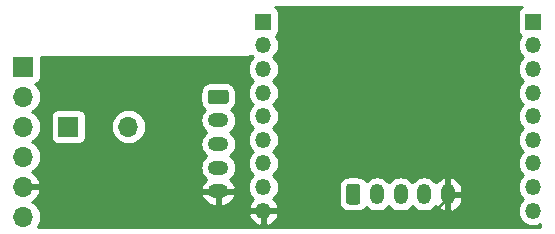
<source format=gbr>
G04 #@! TF.GenerationSoftware,KiCad,Pcbnew,(5.1.2)-1*
G04 #@! TF.CreationDate,2021-12-05T07:22:55+09:00*
G04 #@! TF.ProjectId,ESP32C3_downloader,45535033-3243-4335-9f64-6f776e6c6f61,rev?*
G04 #@! TF.SameCoordinates,Original*
G04 #@! TF.FileFunction,Copper,L2,Bot*
G04 #@! TF.FilePolarity,Positive*
%FSLAX46Y46*%
G04 Gerber Fmt 4.6, Leading zero omitted, Abs format (unit mm)*
G04 Created by KiCad (PCBNEW (5.1.2)-1) date 2021-12-05 07:22:55*
%MOMM*%
%LPD*%
G04 APERTURE LIST*
%ADD10C,0.150000*%
%ADD11C,1.200000*%
%ADD12O,1.750000X1.200000*%
%ADD13R,1.350000X1.350000*%
%ADD14O,1.350000X1.350000*%
%ADD15O,1.200000X1.750000*%
%ADD16R,1.700000X1.700000*%
%ADD17O,1.700000X1.700000*%
%ADD18C,0.250000*%
%ADD19C,0.254000*%
G04 APERTURE END LIST*
D10*
G36*
X48909505Y-57821204D02*
G01*
X48933773Y-57824804D01*
X48957572Y-57830765D01*
X48980671Y-57839030D01*
X49002850Y-57849520D01*
X49023893Y-57862132D01*
X49043599Y-57876747D01*
X49061777Y-57893223D01*
X49078253Y-57911401D01*
X49092868Y-57931107D01*
X49105480Y-57952150D01*
X49115970Y-57974329D01*
X49124235Y-57997428D01*
X49130196Y-58021227D01*
X49133796Y-58045495D01*
X49135000Y-58069999D01*
X49135000Y-58770001D01*
X49133796Y-58794505D01*
X49130196Y-58818773D01*
X49124235Y-58842572D01*
X49115970Y-58865671D01*
X49105480Y-58887850D01*
X49092868Y-58908893D01*
X49078253Y-58928599D01*
X49061777Y-58946777D01*
X49043599Y-58963253D01*
X49023893Y-58977868D01*
X49002850Y-58990480D01*
X48980671Y-59000970D01*
X48957572Y-59009235D01*
X48933773Y-59015196D01*
X48909505Y-59018796D01*
X48885001Y-59020000D01*
X47634999Y-59020000D01*
X47610495Y-59018796D01*
X47586227Y-59015196D01*
X47562428Y-59009235D01*
X47539329Y-59000970D01*
X47517150Y-58990480D01*
X47496107Y-58977868D01*
X47476401Y-58963253D01*
X47458223Y-58946777D01*
X47441747Y-58928599D01*
X47427132Y-58908893D01*
X47414520Y-58887850D01*
X47404030Y-58865671D01*
X47395765Y-58842572D01*
X47389804Y-58818773D01*
X47386204Y-58794505D01*
X47385000Y-58770001D01*
X47385000Y-58069999D01*
X47386204Y-58045495D01*
X47389804Y-58021227D01*
X47395765Y-57997428D01*
X47404030Y-57974329D01*
X47414520Y-57952150D01*
X47427132Y-57931107D01*
X47441747Y-57911401D01*
X47458223Y-57893223D01*
X47476401Y-57876747D01*
X47496107Y-57862132D01*
X47517150Y-57849520D01*
X47539329Y-57839030D01*
X47562428Y-57830765D01*
X47586227Y-57824804D01*
X47610495Y-57821204D01*
X47634999Y-57820000D01*
X48885001Y-57820000D01*
X48909505Y-57821204D01*
X48909505Y-57821204D01*
G37*
D11*
X48260000Y-58420000D03*
D12*
X48260000Y-60420000D03*
X48260000Y-62420000D03*
X48260000Y-64420000D03*
X48260000Y-66420000D03*
D13*
X52070000Y-52070000D03*
D14*
X52070000Y-54070000D03*
X52070000Y-56070000D03*
X52070000Y-58070000D03*
X52070000Y-60070000D03*
X52070000Y-62070000D03*
X52070000Y-64070000D03*
X52070000Y-66070000D03*
X52070000Y-68070000D03*
X74930000Y-68070000D03*
X74930000Y-66070000D03*
X74930000Y-64070000D03*
X74930000Y-62070000D03*
X74930000Y-60070000D03*
X74930000Y-58070000D03*
X74930000Y-56070000D03*
X74930000Y-54070000D03*
D13*
X74930000Y-52070000D03*
D15*
X67690000Y-66675000D03*
X65690000Y-66675000D03*
X63690000Y-66675000D03*
X61690000Y-66675000D03*
D10*
G36*
X60064505Y-65801204D02*
G01*
X60088773Y-65804804D01*
X60112572Y-65810765D01*
X60135671Y-65819030D01*
X60157850Y-65829520D01*
X60178893Y-65842132D01*
X60198599Y-65856747D01*
X60216777Y-65873223D01*
X60233253Y-65891401D01*
X60247868Y-65911107D01*
X60260480Y-65932150D01*
X60270970Y-65954329D01*
X60279235Y-65977428D01*
X60285196Y-66001227D01*
X60288796Y-66025495D01*
X60290000Y-66049999D01*
X60290000Y-67300001D01*
X60288796Y-67324505D01*
X60285196Y-67348773D01*
X60279235Y-67372572D01*
X60270970Y-67395671D01*
X60260480Y-67417850D01*
X60247868Y-67438893D01*
X60233253Y-67458599D01*
X60216777Y-67476777D01*
X60198599Y-67493253D01*
X60178893Y-67507868D01*
X60157850Y-67520480D01*
X60135671Y-67530970D01*
X60112572Y-67539235D01*
X60088773Y-67545196D01*
X60064505Y-67548796D01*
X60040001Y-67550000D01*
X59339999Y-67550000D01*
X59315495Y-67548796D01*
X59291227Y-67545196D01*
X59267428Y-67539235D01*
X59244329Y-67530970D01*
X59222150Y-67520480D01*
X59201107Y-67507868D01*
X59181401Y-67493253D01*
X59163223Y-67476777D01*
X59146747Y-67458599D01*
X59132132Y-67438893D01*
X59119520Y-67417850D01*
X59109030Y-67395671D01*
X59100765Y-67372572D01*
X59094804Y-67348773D01*
X59091204Y-67324505D01*
X59090000Y-67300001D01*
X59090000Y-66049999D01*
X59091204Y-66025495D01*
X59094804Y-66001227D01*
X59100765Y-65977428D01*
X59109030Y-65954329D01*
X59119520Y-65932150D01*
X59132132Y-65911107D01*
X59146747Y-65891401D01*
X59163223Y-65873223D01*
X59181401Y-65856747D01*
X59201107Y-65842132D01*
X59222150Y-65829520D01*
X59244329Y-65819030D01*
X59267428Y-65810765D01*
X59291227Y-65804804D01*
X59315495Y-65801204D01*
X59339999Y-65800000D01*
X60040001Y-65800000D01*
X60064505Y-65801204D01*
X60064505Y-65801204D01*
G37*
D11*
X59690000Y-66675000D03*
D16*
X31750000Y-55880000D03*
D17*
X31750000Y-58420000D03*
X31750000Y-60960000D03*
X31750000Y-63500000D03*
X31750000Y-66040000D03*
X31750000Y-68580000D03*
D16*
X35560000Y-60960000D03*
D17*
X40640000Y-60960000D03*
D18*
X67690000Y-66950000D02*
X67690000Y-66675000D01*
X66570000Y-68070000D02*
X67690000Y-66950000D01*
X52070000Y-68070000D02*
X66570000Y-68070000D01*
D19*
G36*
X73900506Y-50864463D02*
G01*
X73803815Y-50943815D01*
X73724463Y-51040506D01*
X73665498Y-51150820D01*
X73629188Y-51270518D01*
X73616928Y-51395000D01*
X73616928Y-52745000D01*
X73629188Y-52869482D01*
X73665498Y-52989180D01*
X73724463Y-53099494D01*
X73803815Y-53196185D01*
X73892631Y-53269074D01*
X73835505Y-53338682D01*
X73713862Y-53566259D01*
X73638955Y-53813195D01*
X73613662Y-54070000D01*
X73638955Y-54326805D01*
X73713862Y-54573741D01*
X73835505Y-54801318D01*
X73999208Y-55000792D01*
X74083539Y-55070000D01*
X73999208Y-55139208D01*
X73835505Y-55338682D01*
X73713862Y-55566259D01*
X73638955Y-55813195D01*
X73613662Y-56070000D01*
X73638955Y-56326805D01*
X73713862Y-56573741D01*
X73835505Y-56801318D01*
X73999208Y-57000792D01*
X74083539Y-57070000D01*
X73999208Y-57139208D01*
X73835505Y-57338682D01*
X73713862Y-57566259D01*
X73638955Y-57813195D01*
X73613662Y-58070000D01*
X73638955Y-58326805D01*
X73713862Y-58573741D01*
X73835505Y-58801318D01*
X73999208Y-59000792D01*
X74083539Y-59070000D01*
X73999208Y-59139208D01*
X73835505Y-59338682D01*
X73713862Y-59566259D01*
X73638955Y-59813195D01*
X73613662Y-60070000D01*
X73638955Y-60326805D01*
X73713862Y-60573741D01*
X73835505Y-60801318D01*
X73999208Y-61000792D01*
X74083539Y-61070000D01*
X73999208Y-61139208D01*
X73835505Y-61338682D01*
X73713862Y-61566259D01*
X73638955Y-61813195D01*
X73613662Y-62070000D01*
X73638955Y-62326805D01*
X73713862Y-62573741D01*
X73835505Y-62801318D01*
X73999208Y-63000792D01*
X74083539Y-63070000D01*
X73999208Y-63139208D01*
X73835505Y-63338682D01*
X73713862Y-63566259D01*
X73638955Y-63813195D01*
X73613662Y-64070000D01*
X73638955Y-64326805D01*
X73713862Y-64573741D01*
X73835505Y-64801318D01*
X73999208Y-65000792D01*
X74083539Y-65070000D01*
X73999208Y-65139208D01*
X73835505Y-65338682D01*
X73713862Y-65566259D01*
X73638955Y-65813195D01*
X73613662Y-66070000D01*
X73638955Y-66326805D01*
X73713862Y-66573741D01*
X73835505Y-66801318D01*
X73999208Y-67000792D01*
X74083539Y-67070000D01*
X73999208Y-67139208D01*
X73835505Y-67338682D01*
X73713862Y-67566259D01*
X73638955Y-67813195D01*
X73613662Y-68070000D01*
X73638955Y-68326805D01*
X73713862Y-68573741D01*
X73835505Y-68801318D01*
X73999208Y-69000792D01*
X74198682Y-69164495D01*
X74426259Y-69286138D01*
X74673195Y-69361045D01*
X74865649Y-69380000D01*
X74994351Y-69380000D01*
X75186805Y-69361045D01*
X75433741Y-69286138D01*
X75540000Y-69229341D01*
X75540000Y-69444000D01*
X32961994Y-69444000D01*
X32990706Y-69409014D01*
X33128599Y-69151034D01*
X33213513Y-68871111D01*
X33242185Y-68580000D01*
X33224398Y-68399400D01*
X50802090Y-68399400D01*
X50832762Y-68500528D01*
X50940527Y-68733629D01*
X51091697Y-68941227D01*
X51280463Y-69115344D01*
X51499570Y-69249289D01*
X51740599Y-69337915D01*
X51943000Y-69215085D01*
X51943000Y-68197000D01*
X52197000Y-68197000D01*
X52197000Y-69215085D01*
X52399401Y-69337915D01*
X52640430Y-69249289D01*
X52859537Y-69115344D01*
X53048303Y-68941227D01*
X53199473Y-68733629D01*
X53307238Y-68500528D01*
X53337910Y-68399400D01*
X53214224Y-68197000D01*
X52197000Y-68197000D01*
X51943000Y-68197000D01*
X50925776Y-68197000D01*
X50802090Y-68399400D01*
X33224398Y-68399400D01*
X33213513Y-68288889D01*
X33128599Y-68008966D01*
X32990706Y-67750986D01*
X32805134Y-67524866D01*
X32579014Y-67339294D01*
X32514477Y-67304799D01*
X32631355Y-67235178D01*
X32847588Y-67040269D01*
X33021641Y-66806920D01*
X33054654Y-66737609D01*
X46791538Y-66737609D01*
X46795409Y-66775282D01*
X46887579Y-67000533D01*
X47021922Y-67203474D01*
X47193275Y-67376307D01*
X47395054Y-67512390D01*
X47619504Y-67606493D01*
X47858000Y-67655000D01*
X48133000Y-67655000D01*
X48133000Y-66547000D01*
X48387000Y-66547000D01*
X48387000Y-67655000D01*
X48662000Y-67655000D01*
X48900496Y-67606493D01*
X49124946Y-67512390D01*
X49326725Y-67376307D01*
X49498078Y-67203474D01*
X49632421Y-67000533D01*
X49724591Y-66775282D01*
X49728462Y-66737609D01*
X49603731Y-66547000D01*
X48387000Y-66547000D01*
X48133000Y-66547000D01*
X46916269Y-66547000D01*
X46791538Y-66737609D01*
X33054654Y-66737609D01*
X33146825Y-66544099D01*
X33191476Y-66396890D01*
X33070155Y-66167000D01*
X31877000Y-66167000D01*
X31877000Y-66187000D01*
X31623000Y-66187000D01*
X31623000Y-66167000D01*
X31603000Y-66167000D01*
X31603000Y-65913000D01*
X31623000Y-65913000D01*
X31623000Y-65893000D01*
X31877000Y-65893000D01*
X31877000Y-65913000D01*
X33070155Y-65913000D01*
X33191476Y-65683110D01*
X33146825Y-65535901D01*
X33021641Y-65273080D01*
X32847588Y-65039731D01*
X32631355Y-64844822D01*
X32514477Y-64775201D01*
X32579014Y-64740706D01*
X32805134Y-64555134D01*
X32990706Y-64329014D01*
X33128599Y-64071034D01*
X33213513Y-63791111D01*
X33242185Y-63500000D01*
X33213513Y-63208889D01*
X33128599Y-62928966D01*
X32990706Y-62670986D01*
X32805134Y-62444866D01*
X32579014Y-62259294D01*
X32524209Y-62230000D01*
X32579014Y-62200706D01*
X32805134Y-62015134D01*
X32990706Y-61789014D01*
X33128599Y-61531034D01*
X33213513Y-61251111D01*
X33242185Y-60960000D01*
X33213513Y-60668889D01*
X33128599Y-60388966D01*
X32990706Y-60130986D01*
X32973484Y-60110000D01*
X34071928Y-60110000D01*
X34071928Y-61810000D01*
X34084188Y-61934482D01*
X34120498Y-62054180D01*
X34179463Y-62164494D01*
X34258815Y-62261185D01*
X34355506Y-62340537D01*
X34465820Y-62399502D01*
X34585518Y-62435812D01*
X34710000Y-62448072D01*
X36410000Y-62448072D01*
X36534482Y-62435812D01*
X36654180Y-62399502D01*
X36764494Y-62340537D01*
X36861185Y-62261185D01*
X36940537Y-62164494D01*
X36999502Y-62054180D01*
X37035812Y-61934482D01*
X37048072Y-61810000D01*
X37048072Y-60960000D01*
X39147815Y-60960000D01*
X39176487Y-61251111D01*
X39261401Y-61531034D01*
X39399294Y-61789014D01*
X39584866Y-62015134D01*
X39810986Y-62200706D01*
X40068966Y-62338599D01*
X40348889Y-62423513D01*
X40567050Y-62445000D01*
X40712950Y-62445000D01*
X40931111Y-62423513D01*
X41211034Y-62338599D01*
X41469014Y-62200706D01*
X41695134Y-62015134D01*
X41880706Y-61789014D01*
X42018599Y-61531034D01*
X42103513Y-61251111D01*
X42132185Y-60960000D01*
X42103513Y-60668889D01*
X42028014Y-60420000D01*
X46744025Y-60420000D01*
X46767870Y-60662102D01*
X46838489Y-60894901D01*
X46953167Y-61109449D01*
X47107498Y-61297502D01*
X47256762Y-61420000D01*
X47107498Y-61542498D01*
X46953167Y-61730551D01*
X46838489Y-61945099D01*
X46767870Y-62177898D01*
X46744025Y-62420000D01*
X46767870Y-62662102D01*
X46838489Y-62894901D01*
X46953167Y-63109449D01*
X47107498Y-63297502D01*
X47256762Y-63420000D01*
X47107498Y-63542498D01*
X46953167Y-63730551D01*
X46838489Y-63945099D01*
X46767870Y-64177898D01*
X46744025Y-64420000D01*
X46767870Y-64662102D01*
X46838489Y-64894901D01*
X46953167Y-65109449D01*
X47107498Y-65297502D01*
X47257348Y-65420481D01*
X47193275Y-65463693D01*
X47021922Y-65636526D01*
X46887579Y-65839467D01*
X46795409Y-66064718D01*
X46791538Y-66102391D01*
X46916269Y-66293000D01*
X48133000Y-66293000D01*
X48133000Y-66273000D01*
X48387000Y-66273000D01*
X48387000Y-66293000D01*
X49603731Y-66293000D01*
X49728462Y-66102391D01*
X49724591Y-66064718D01*
X49632421Y-65839467D01*
X49498078Y-65636526D01*
X49326725Y-65463693D01*
X49262652Y-65420481D01*
X49412502Y-65297502D01*
X49566833Y-65109449D01*
X49681511Y-64894901D01*
X49752130Y-64662102D01*
X49775975Y-64420000D01*
X49752130Y-64177898D01*
X49681511Y-63945099D01*
X49566833Y-63730551D01*
X49412502Y-63542498D01*
X49263238Y-63420000D01*
X49412502Y-63297502D01*
X49566833Y-63109449D01*
X49681511Y-62894901D01*
X49752130Y-62662102D01*
X49775975Y-62420000D01*
X49752130Y-62177898D01*
X49681511Y-61945099D01*
X49566833Y-61730551D01*
X49412502Y-61542498D01*
X49263238Y-61420000D01*
X49412502Y-61297502D01*
X49566833Y-61109449D01*
X49681511Y-60894901D01*
X49752130Y-60662102D01*
X49775975Y-60420000D01*
X49752130Y-60177898D01*
X49681511Y-59945099D01*
X49566833Y-59730551D01*
X49412502Y-59542498D01*
X49373889Y-59510809D01*
X49378387Y-59508405D01*
X49512962Y-59397962D01*
X49623405Y-59263387D01*
X49705472Y-59109851D01*
X49756008Y-58943255D01*
X49773072Y-58770001D01*
X49773072Y-58069999D01*
X49756008Y-57896745D01*
X49705472Y-57730149D01*
X49623405Y-57576613D01*
X49512962Y-57442038D01*
X49378387Y-57331595D01*
X49224851Y-57249528D01*
X49058255Y-57198992D01*
X48885001Y-57181928D01*
X47634999Y-57181928D01*
X47461745Y-57198992D01*
X47295149Y-57249528D01*
X47141613Y-57331595D01*
X47007038Y-57442038D01*
X46896595Y-57576613D01*
X46814528Y-57730149D01*
X46763992Y-57896745D01*
X46746928Y-58069999D01*
X46746928Y-58770001D01*
X46763992Y-58943255D01*
X46814528Y-59109851D01*
X46896595Y-59263387D01*
X47007038Y-59397962D01*
X47141613Y-59508405D01*
X47146111Y-59510809D01*
X47107498Y-59542498D01*
X46953167Y-59730551D01*
X46838489Y-59945099D01*
X46767870Y-60177898D01*
X46744025Y-60420000D01*
X42028014Y-60420000D01*
X42018599Y-60388966D01*
X41880706Y-60130986D01*
X41695134Y-59904866D01*
X41469014Y-59719294D01*
X41211034Y-59581401D01*
X40931111Y-59496487D01*
X40712950Y-59475000D01*
X40567050Y-59475000D01*
X40348889Y-59496487D01*
X40068966Y-59581401D01*
X39810986Y-59719294D01*
X39584866Y-59904866D01*
X39399294Y-60130986D01*
X39261401Y-60388966D01*
X39176487Y-60668889D01*
X39147815Y-60960000D01*
X37048072Y-60960000D01*
X37048072Y-60110000D01*
X37035812Y-59985518D01*
X36999502Y-59865820D01*
X36940537Y-59755506D01*
X36861185Y-59658815D01*
X36764494Y-59579463D01*
X36654180Y-59520498D01*
X36534482Y-59484188D01*
X36410000Y-59471928D01*
X34710000Y-59471928D01*
X34585518Y-59484188D01*
X34465820Y-59520498D01*
X34355506Y-59579463D01*
X34258815Y-59658815D01*
X34179463Y-59755506D01*
X34120498Y-59865820D01*
X34084188Y-59985518D01*
X34071928Y-60110000D01*
X32973484Y-60110000D01*
X32805134Y-59904866D01*
X32579014Y-59719294D01*
X32524209Y-59690000D01*
X32579014Y-59660706D01*
X32805134Y-59475134D01*
X32990706Y-59249014D01*
X33128599Y-58991034D01*
X33213513Y-58711111D01*
X33242185Y-58420000D01*
X33213513Y-58128889D01*
X33128599Y-57848966D01*
X32990706Y-57590986D01*
X32805134Y-57364866D01*
X32775313Y-57340393D01*
X32844180Y-57319502D01*
X32954494Y-57260537D01*
X33051185Y-57181185D01*
X33130537Y-57084494D01*
X33189502Y-56974180D01*
X33225812Y-56854482D01*
X33238072Y-56730000D01*
X33238072Y-55030000D01*
X33236693Y-55016000D01*
X50767581Y-55016000D01*
X50800000Y-55019193D01*
X50832419Y-55016000D01*
X50929383Y-55006450D01*
X51053793Y-54968710D01*
X51094863Y-54946758D01*
X51139208Y-55000792D01*
X51223539Y-55070000D01*
X51139208Y-55139208D01*
X50975505Y-55338682D01*
X50853862Y-55566259D01*
X50778955Y-55813195D01*
X50753662Y-56070000D01*
X50778955Y-56326805D01*
X50853862Y-56573741D01*
X50975505Y-56801318D01*
X51139208Y-57000792D01*
X51223539Y-57070000D01*
X51139208Y-57139208D01*
X50975505Y-57338682D01*
X50853862Y-57566259D01*
X50778955Y-57813195D01*
X50753662Y-58070000D01*
X50778955Y-58326805D01*
X50853862Y-58573741D01*
X50975505Y-58801318D01*
X51139208Y-59000792D01*
X51223539Y-59070000D01*
X51139208Y-59139208D01*
X50975505Y-59338682D01*
X50853862Y-59566259D01*
X50778955Y-59813195D01*
X50753662Y-60070000D01*
X50778955Y-60326805D01*
X50853862Y-60573741D01*
X50975505Y-60801318D01*
X51139208Y-61000792D01*
X51223539Y-61070000D01*
X51139208Y-61139208D01*
X50975505Y-61338682D01*
X50853862Y-61566259D01*
X50778955Y-61813195D01*
X50753662Y-62070000D01*
X50778955Y-62326805D01*
X50853862Y-62573741D01*
X50975505Y-62801318D01*
X51139208Y-63000792D01*
X51223539Y-63070000D01*
X51139208Y-63139208D01*
X50975505Y-63338682D01*
X50853862Y-63566259D01*
X50778955Y-63813195D01*
X50753662Y-64070000D01*
X50778955Y-64326805D01*
X50853862Y-64573741D01*
X50975505Y-64801318D01*
X51139208Y-65000792D01*
X51223539Y-65070000D01*
X51139208Y-65139208D01*
X50975505Y-65338682D01*
X50853862Y-65566259D01*
X50778955Y-65813195D01*
X50753662Y-66070000D01*
X50778955Y-66326805D01*
X50853862Y-66573741D01*
X50975505Y-66801318D01*
X51139208Y-67000792D01*
X51227648Y-67073372D01*
X51091697Y-67198773D01*
X50940527Y-67406371D01*
X50832762Y-67639472D01*
X50802090Y-67740600D01*
X50925776Y-67943000D01*
X51943000Y-67943000D01*
X51943000Y-67923000D01*
X52197000Y-67923000D01*
X52197000Y-67943000D01*
X53214224Y-67943000D01*
X53337910Y-67740600D01*
X53307238Y-67639472D01*
X53199473Y-67406371D01*
X53048303Y-67198773D01*
X52912352Y-67073372D01*
X53000792Y-67000792D01*
X53164495Y-66801318D01*
X53286138Y-66573741D01*
X53361045Y-66326805D01*
X53386338Y-66070000D01*
X53384369Y-66049999D01*
X58451928Y-66049999D01*
X58451928Y-67300001D01*
X58468992Y-67473255D01*
X58519528Y-67639851D01*
X58601595Y-67793387D01*
X58712038Y-67927962D01*
X58846613Y-68038405D01*
X59000149Y-68120472D01*
X59166745Y-68171008D01*
X59339999Y-68188072D01*
X60040001Y-68188072D01*
X60213255Y-68171008D01*
X60379851Y-68120472D01*
X60533387Y-68038405D01*
X60667962Y-67927962D01*
X60778405Y-67793387D01*
X60780810Y-67788888D01*
X60812499Y-67827502D01*
X61000552Y-67981833D01*
X61215100Y-68096511D01*
X61447899Y-68167130D01*
X61690000Y-68190975D01*
X61932102Y-68167130D01*
X62164901Y-68096511D01*
X62379449Y-67981833D01*
X62567502Y-67827502D01*
X62690000Y-67678237D01*
X62812499Y-67827502D01*
X63000552Y-67981833D01*
X63215100Y-68096511D01*
X63447899Y-68167130D01*
X63690000Y-68190975D01*
X63932102Y-68167130D01*
X64164901Y-68096511D01*
X64379449Y-67981833D01*
X64567502Y-67827502D01*
X64690000Y-67678237D01*
X64812499Y-67827502D01*
X65000552Y-67981833D01*
X65215100Y-68096511D01*
X65447899Y-68167130D01*
X65690000Y-68190975D01*
X65932102Y-68167130D01*
X66164901Y-68096511D01*
X66379449Y-67981833D01*
X66567502Y-67827502D01*
X66690481Y-67677652D01*
X66733693Y-67741725D01*
X66906526Y-67913078D01*
X67109467Y-68047421D01*
X67334718Y-68139591D01*
X67372391Y-68143462D01*
X67563000Y-68018731D01*
X67563000Y-66802000D01*
X67817000Y-66802000D01*
X67817000Y-68018731D01*
X68007609Y-68143462D01*
X68045282Y-68139591D01*
X68270533Y-68047421D01*
X68473474Y-67913078D01*
X68646307Y-67741725D01*
X68782390Y-67539946D01*
X68876493Y-67315496D01*
X68925000Y-67077000D01*
X68925000Y-66802000D01*
X67817000Y-66802000D01*
X67563000Y-66802000D01*
X67543000Y-66802000D01*
X67543000Y-66548000D01*
X67563000Y-66548000D01*
X67563000Y-65331269D01*
X67817000Y-65331269D01*
X67817000Y-66548000D01*
X68925000Y-66548000D01*
X68925000Y-66273000D01*
X68876493Y-66034504D01*
X68782390Y-65810054D01*
X68646307Y-65608275D01*
X68473474Y-65436922D01*
X68270533Y-65302579D01*
X68045282Y-65210409D01*
X68007609Y-65206538D01*
X67817000Y-65331269D01*
X67563000Y-65331269D01*
X67372391Y-65206538D01*
X67334718Y-65210409D01*
X67109467Y-65302579D01*
X66906526Y-65436922D01*
X66733693Y-65608275D01*
X66690481Y-65672348D01*
X66567502Y-65522498D01*
X66379448Y-65368167D01*
X66164900Y-65253489D01*
X65932101Y-65182870D01*
X65690000Y-65159025D01*
X65447898Y-65182870D01*
X65215099Y-65253489D01*
X65000551Y-65368167D01*
X64812498Y-65522498D01*
X64690000Y-65671763D01*
X64567502Y-65522498D01*
X64379448Y-65368167D01*
X64164900Y-65253489D01*
X63932101Y-65182870D01*
X63690000Y-65159025D01*
X63447898Y-65182870D01*
X63215099Y-65253489D01*
X63000551Y-65368167D01*
X62812498Y-65522498D01*
X62690000Y-65671763D01*
X62567502Y-65522498D01*
X62379448Y-65368167D01*
X62164900Y-65253489D01*
X61932101Y-65182870D01*
X61690000Y-65159025D01*
X61447898Y-65182870D01*
X61215099Y-65253489D01*
X61000551Y-65368167D01*
X60812498Y-65522498D01*
X60780809Y-65561111D01*
X60778405Y-65556613D01*
X60667962Y-65422038D01*
X60533387Y-65311595D01*
X60379851Y-65229528D01*
X60213255Y-65178992D01*
X60040001Y-65161928D01*
X59339999Y-65161928D01*
X59166745Y-65178992D01*
X59000149Y-65229528D01*
X58846613Y-65311595D01*
X58712038Y-65422038D01*
X58601595Y-65556613D01*
X58519528Y-65710149D01*
X58468992Y-65876745D01*
X58451928Y-66049999D01*
X53384369Y-66049999D01*
X53361045Y-65813195D01*
X53286138Y-65566259D01*
X53164495Y-65338682D01*
X53000792Y-65139208D01*
X52916461Y-65070000D01*
X53000792Y-65000792D01*
X53164495Y-64801318D01*
X53286138Y-64573741D01*
X53361045Y-64326805D01*
X53386338Y-64070000D01*
X53361045Y-63813195D01*
X53286138Y-63566259D01*
X53164495Y-63338682D01*
X53000792Y-63139208D01*
X52916461Y-63070000D01*
X53000792Y-63000792D01*
X53164495Y-62801318D01*
X53286138Y-62573741D01*
X53361045Y-62326805D01*
X53386338Y-62070000D01*
X53361045Y-61813195D01*
X53286138Y-61566259D01*
X53164495Y-61338682D01*
X53000792Y-61139208D01*
X52916461Y-61070000D01*
X53000792Y-61000792D01*
X53164495Y-60801318D01*
X53286138Y-60573741D01*
X53361045Y-60326805D01*
X53386338Y-60070000D01*
X53361045Y-59813195D01*
X53286138Y-59566259D01*
X53164495Y-59338682D01*
X53000792Y-59139208D01*
X52916461Y-59070000D01*
X53000792Y-59000792D01*
X53164495Y-58801318D01*
X53286138Y-58573741D01*
X53361045Y-58326805D01*
X53386338Y-58070000D01*
X53361045Y-57813195D01*
X53286138Y-57566259D01*
X53164495Y-57338682D01*
X53000792Y-57139208D01*
X52916461Y-57070000D01*
X53000792Y-57000792D01*
X53164495Y-56801318D01*
X53286138Y-56573741D01*
X53361045Y-56326805D01*
X53386338Y-56070000D01*
X53361045Y-55813195D01*
X53286138Y-55566259D01*
X53164495Y-55338682D01*
X53000792Y-55139208D01*
X52916461Y-55070000D01*
X53000792Y-55000792D01*
X53164495Y-54801318D01*
X53286138Y-54573741D01*
X53361045Y-54326805D01*
X53386338Y-54070000D01*
X53361045Y-53813195D01*
X53286138Y-53566259D01*
X53164495Y-53338682D01*
X53107369Y-53269074D01*
X53196185Y-53196185D01*
X53275537Y-53099494D01*
X53334502Y-52989180D01*
X53370812Y-52869482D01*
X53383072Y-52745000D01*
X53383072Y-51395000D01*
X53370812Y-51270518D01*
X53334502Y-51150820D01*
X53275537Y-51040506D01*
X53196185Y-50943815D01*
X53099494Y-50864463D01*
X53025665Y-50825000D01*
X73974335Y-50825000D01*
X73900506Y-50864463D01*
X73900506Y-50864463D01*
G37*
X73900506Y-50864463D02*
X73803815Y-50943815D01*
X73724463Y-51040506D01*
X73665498Y-51150820D01*
X73629188Y-51270518D01*
X73616928Y-51395000D01*
X73616928Y-52745000D01*
X73629188Y-52869482D01*
X73665498Y-52989180D01*
X73724463Y-53099494D01*
X73803815Y-53196185D01*
X73892631Y-53269074D01*
X73835505Y-53338682D01*
X73713862Y-53566259D01*
X73638955Y-53813195D01*
X73613662Y-54070000D01*
X73638955Y-54326805D01*
X73713862Y-54573741D01*
X73835505Y-54801318D01*
X73999208Y-55000792D01*
X74083539Y-55070000D01*
X73999208Y-55139208D01*
X73835505Y-55338682D01*
X73713862Y-55566259D01*
X73638955Y-55813195D01*
X73613662Y-56070000D01*
X73638955Y-56326805D01*
X73713862Y-56573741D01*
X73835505Y-56801318D01*
X73999208Y-57000792D01*
X74083539Y-57070000D01*
X73999208Y-57139208D01*
X73835505Y-57338682D01*
X73713862Y-57566259D01*
X73638955Y-57813195D01*
X73613662Y-58070000D01*
X73638955Y-58326805D01*
X73713862Y-58573741D01*
X73835505Y-58801318D01*
X73999208Y-59000792D01*
X74083539Y-59070000D01*
X73999208Y-59139208D01*
X73835505Y-59338682D01*
X73713862Y-59566259D01*
X73638955Y-59813195D01*
X73613662Y-60070000D01*
X73638955Y-60326805D01*
X73713862Y-60573741D01*
X73835505Y-60801318D01*
X73999208Y-61000792D01*
X74083539Y-61070000D01*
X73999208Y-61139208D01*
X73835505Y-61338682D01*
X73713862Y-61566259D01*
X73638955Y-61813195D01*
X73613662Y-62070000D01*
X73638955Y-62326805D01*
X73713862Y-62573741D01*
X73835505Y-62801318D01*
X73999208Y-63000792D01*
X74083539Y-63070000D01*
X73999208Y-63139208D01*
X73835505Y-63338682D01*
X73713862Y-63566259D01*
X73638955Y-63813195D01*
X73613662Y-64070000D01*
X73638955Y-64326805D01*
X73713862Y-64573741D01*
X73835505Y-64801318D01*
X73999208Y-65000792D01*
X74083539Y-65070000D01*
X73999208Y-65139208D01*
X73835505Y-65338682D01*
X73713862Y-65566259D01*
X73638955Y-65813195D01*
X73613662Y-66070000D01*
X73638955Y-66326805D01*
X73713862Y-66573741D01*
X73835505Y-66801318D01*
X73999208Y-67000792D01*
X74083539Y-67070000D01*
X73999208Y-67139208D01*
X73835505Y-67338682D01*
X73713862Y-67566259D01*
X73638955Y-67813195D01*
X73613662Y-68070000D01*
X73638955Y-68326805D01*
X73713862Y-68573741D01*
X73835505Y-68801318D01*
X73999208Y-69000792D01*
X74198682Y-69164495D01*
X74426259Y-69286138D01*
X74673195Y-69361045D01*
X74865649Y-69380000D01*
X74994351Y-69380000D01*
X75186805Y-69361045D01*
X75433741Y-69286138D01*
X75540000Y-69229341D01*
X75540000Y-69444000D01*
X32961994Y-69444000D01*
X32990706Y-69409014D01*
X33128599Y-69151034D01*
X33213513Y-68871111D01*
X33242185Y-68580000D01*
X33224398Y-68399400D01*
X50802090Y-68399400D01*
X50832762Y-68500528D01*
X50940527Y-68733629D01*
X51091697Y-68941227D01*
X51280463Y-69115344D01*
X51499570Y-69249289D01*
X51740599Y-69337915D01*
X51943000Y-69215085D01*
X51943000Y-68197000D01*
X52197000Y-68197000D01*
X52197000Y-69215085D01*
X52399401Y-69337915D01*
X52640430Y-69249289D01*
X52859537Y-69115344D01*
X53048303Y-68941227D01*
X53199473Y-68733629D01*
X53307238Y-68500528D01*
X53337910Y-68399400D01*
X53214224Y-68197000D01*
X52197000Y-68197000D01*
X51943000Y-68197000D01*
X50925776Y-68197000D01*
X50802090Y-68399400D01*
X33224398Y-68399400D01*
X33213513Y-68288889D01*
X33128599Y-68008966D01*
X32990706Y-67750986D01*
X32805134Y-67524866D01*
X32579014Y-67339294D01*
X32514477Y-67304799D01*
X32631355Y-67235178D01*
X32847588Y-67040269D01*
X33021641Y-66806920D01*
X33054654Y-66737609D01*
X46791538Y-66737609D01*
X46795409Y-66775282D01*
X46887579Y-67000533D01*
X47021922Y-67203474D01*
X47193275Y-67376307D01*
X47395054Y-67512390D01*
X47619504Y-67606493D01*
X47858000Y-67655000D01*
X48133000Y-67655000D01*
X48133000Y-66547000D01*
X48387000Y-66547000D01*
X48387000Y-67655000D01*
X48662000Y-67655000D01*
X48900496Y-67606493D01*
X49124946Y-67512390D01*
X49326725Y-67376307D01*
X49498078Y-67203474D01*
X49632421Y-67000533D01*
X49724591Y-66775282D01*
X49728462Y-66737609D01*
X49603731Y-66547000D01*
X48387000Y-66547000D01*
X48133000Y-66547000D01*
X46916269Y-66547000D01*
X46791538Y-66737609D01*
X33054654Y-66737609D01*
X33146825Y-66544099D01*
X33191476Y-66396890D01*
X33070155Y-66167000D01*
X31877000Y-66167000D01*
X31877000Y-66187000D01*
X31623000Y-66187000D01*
X31623000Y-66167000D01*
X31603000Y-66167000D01*
X31603000Y-65913000D01*
X31623000Y-65913000D01*
X31623000Y-65893000D01*
X31877000Y-65893000D01*
X31877000Y-65913000D01*
X33070155Y-65913000D01*
X33191476Y-65683110D01*
X33146825Y-65535901D01*
X33021641Y-65273080D01*
X32847588Y-65039731D01*
X32631355Y-64844822D01*
X32514477Y-64775201D01*
X32579014Y-64740706D01*
X32805134Y-64555134D01*
X32990706Y-64329014D01*
X33128599Y-64071034D01*
X33213513Y-63791111D01*
X33242185Y-63500000D01*
X33213513Y-63208889D01*
X33128599Y-62928966D01*
X32990706Y-62670986D01*
X32805134Y-62444866D01*
X32579014Y-62259294D01*
X32524209Y-62230000D01*
X32579014Y-62200706D01*
X32805134Y-62015134D01*
X32990706Y-61789014D01*
X33128599Y-61531034D01*
X33213513Y-61251111D01*
X33242185Y-60960000D01*
X33213513Y-60668889D01*
X33128599Y-60388966D01*
X32990706Y-60130986D01*
X32973484Y-60110000D01*
X34071928Y-60110000D01*
X34071928Y-61810000D01*
X34084188Y-61934482D01*
X34120498Y-62054180D01*
X34179463Y-62164494D01*
X34258815Y-62261185D01*
X34355506Y-62340537D01*
X34465820Y-62399502D01*
X34585518Y-62435812D01*
X34710000Y-62448072D01*
X36410000Y-62448072D01*
X36534482Y-62435812D01*
X36654180Y-62399502D01*
X36764494Y-62340537D01*
X36861185Y-62261185D01*
X36940537Y-62164494D01*
X36999502Y-62054180D01*
X37035812Y-61934482D01*
X37048072Y-61810000D01*
X37048072Y-60960000D01*
X39147815Y-60960000D01*
X39176487Y-61251111D01*
X39261401Y-61531034D01*
X39399294Y-61789014D01*
X39584866Y-62015134D01*
X39810986Y-62200706D01*
X40068966Y-62338599D01*
X40348889Y-62423513D01*
X40567050Y-62445000D01*
X40712950Y-62445000D01*
X40931111Y-62423513D01*
X41211034Y-62338599D01*
X41469014Y-62200706D01*
X41695134Y-62015134D01*
X41880706Y-61789014D01*
X42018599Y-61531034D01*
X42103513Y-61251111D01*
X42132185Y-60960000D01*
X42103513Y-60668889D01*
X42028014Y-60420000D01*
X46744025Y-60420000D01*
X46767870Y-60662102D01*
X46838489Y-60894901D01*
X46953167Y-61109449D01*
X47107498Y-61297502D01*
X47256762Y-61420000D01*
X47107498Y-61542498D01*
X46953167Y-61730551D01*
X46838489Y-61945099D01*
X46767870Y-62177898D01*
X46744025Y-62420000D01*
X46767870Y-62662102D01*
X46838489Y-62894901D01*
X46953167Y-63109449D01*
X47107498Y-63297502D01*
X47256762Y-63420000D01*
X47107498Y-63542498D01*
X46953167Y-63730551D01*
X46838489Y-63945099D01*
X46767870Y-64177898D01*
X46744025Y-64420000D01*
X46767870Y-64662102D01*
X46838489Y-64894901D01*
X46953167Y-65109449D01*
X47107498Y-65297502D01*
X47257348Y-65420481D01*
X47193275Y-65463693D01*
X47021922Y-65636526D01*
X46887579Y-65839467D01*
X46795409Y-66064718D01*
X46791538Y-66102391D01*
X46916269Y-66293000D01*
X48133000Y-66293000D01*
X48133000Y-66273000D01*
X48387000Y-66273000D01*
X48387000Y-66293000D01*
X49603731Y-66293000D01*
X49728462Y-66102391D01*
X49724591Y-66064718D01*
X49632421Y-65839467D01*
X49498078Y-65636526D01*
X49326725Y-65463693D01*
X49262652Y-65420481D01*
X49412502Y-65297502D01*
X49566833Y-65109449D01*
X49681511Y-64894901D01*
X49752130Y-64662102D01*
X49775975Y-64420000D01*
X49752130Y-64177898D01*
X49681511Y-63945099D01*
X49566833Y-63730551D01*
X49412502Y-63542498D01*
X49263238Y-63420000D01*
X49412502Y-63297502D01*
X49566833Y-63109449D01*
X49681511Y-62894901D01*
X49752130Y-62662102D01*
X49775975Y-62420000D01*
X49752130Y-62177898D01*
X49681511Y-61945099D01*
X49566833Y-61730551D01*
X49412502Y-61542498D01*
X49263238Y-61420000D01*
X49412502Y-61297502D01*
X49566833Y-61109449D01*
X49681511Y-60894901D01*
X49752130Y-60662102D01*
X49775975Y-60420000D01*
X49752130Y-60177898D01*
X49681511Y-59945099D01*
X49566833Y-59730551D01*
X49412502Y-59542498D01*
X49373889Y-59510809D01*
X49378387Y-59508405D01*
X49512962Y-59397962D01*
X49623405Y-59263387D01*
X49705472Y-59109851D01*
X49756008Y-58943255D01*
X49773072Y-58770001D01*
X49773072Y-58069999D01*
X49756008Y-57896745D01*
X49705472Y-57730149D01*
X49623405Y-57576613D01*
X49512962Y-57442038D01*
X49378387Y-57331595D01*
X49224851Y-57249528D01*
X49058255Y-57198992D01*
X48885001Y-57181928D01*
X47634999Y-57181928D01*
X47461745Y-57198992D01*
X47295149Y-57249528D01*
X47141613Y-57331595D01*
X47007038Y-57442038D01*
X46896595Y-57576613D01*
X46814528Y-57730149D01*
X46763992Y-57896745D01*
X46746928Y-58069999D01*
X46746928Y-58770001D01*
X46763992Y-58943255D01*
X46814528Y-59109851D01*
X46896595Y-59263387D01*
X47007038Y-59397962D01*
X47141613Y-59508405D01*
X47146111Y-59510809D01*
X47107498Y-59542498D01*
X46953167Y-59730551D01*
X46838489Y-59945099D01*
X46767870Y-60177898D01*
X46744025Y-60420000D01*
X42028014Y-60420000D01*
X42018599Y-60388966D01*
X41880706Y-60130986D01*
X41695134Y-59904866D01*
X41469014Y-59719294D01*
X41211034Y-59581401D01*
X40931111Y-59496487D01*
X40712950Y-59475000D01*
X40567050Y-59475000D01*
X40348889Y-59496487D01*
X40068966Y-59581401D01*
X39810986Y-59719294D01*
X39584866Y-59904866D01*
X39399294Y-60130986D01*
X39261401Y-60388966D01*
X39176487Y-60668889D01*
X39147815Y-60960000D01*
X37048072Y-60960000D01*
X37048072Y-60110000D01*
X37035812Y-59985518D01*
X36999502Y-59865820D01*
X36940537Y-59755506D01*
X36861185Y-59658815D01*
X36764494Y-59579463D01*
X36654180Y-59520498D01*
X36534482Y-59484188D01*
X36410000Y-59471928D01*
X34710000Y-59471928D01*
X34585518Y-59484188D01*
X34465820Y-59520498D01*
X34355506Y-59579463D01*
X34258815Y-59658815D01*
X34179463Y-59755506D01*
X34120498Y-59865820D01*
X34084188Y-59985518D01*
X34071928Y-60110000D01*
X32973484Y-60110000D01*
X32805134Y-59904866D01*
X32579014Y-59719294D01*
X32524209Y-59690000D01*
X32579014Y-59660706D01*
X32805134Y-59475134D01*
X32990706Y-59249014D01*
X33128599Y-58991034D01*
X33213513Y-58711111D01*
X33242185Y-58420000D01*
X33213513Y-58128889D01*
X33128599Y-57848966D01*
X32990706Y-57590986D01*
X32805134Y-57364866D01*
X32775313Y-57340393D01*
X32844180Y-57319502D01*
X32954494Y-57260537D01*
X33051185Y-57181185D01*
X33130537Y-57084494D01*
X33189502Y-56974180D01*
X33225812Y-56854482D01*
X33238072Y-56730000D01*
X33238072Y-55030000D01*
X33236693Y-55016000D01*
X50767581Y-55016000D01*
X50800000Y-55019193D01*
X50832419Y-55016000D01*
X50929383Y-55006450D01*
X51053793Y-54968710D01*
X51094863Y-54946758D01*
X51139208Y-55000792D01*
X51223539Y-55070000D01*
X51139208Y-55139208D01*
X50975505Y-55338682D01*
X50853862Y-55566259D01*
X50778955Y-55813195D01*
X50753662Y-56070000D01*
X50778955Y-56326805D01*
X50853862Y-56573741D01*
X50975505Y-56801318D01*
X51139208Y-57000792D01*
X51223539Y-57070000D01*
X51139208Y-57139208D01*
X50975505Y-57338682D01*
X50853862Y-57566259D01*
X50778955Y-57813195D01*
X50753662Y-58070000D01*
X50778955Y-58326805D01*
X50853862Y-58573741D01*
X50975505Y-58801318D01*
X51139208Y-59000792D01*
X51223539Y-59070000D01*
X51139208Y-59139208D01*
X50975505Y-59338682D01*
X50853862Y-59566259D01*
X50778955Y-59813195D01*
X50753662Y-60070000D01*
X50778955Y-60326805D01*
X50853862Y-60573741D01*
X50975505Y-60801318D01*
X51139208Y-61000792D01*
X51223539Y-61070000D01*
X51139208Y-61139208D01*
X50975505Y-61338682D01*
X50853862Y-61566259D01*
X50778955Y-61813195D01*
X50753662Y-62070000D01*
X50778955Y-62326805D01*
X50853862Y-62573741D01*
X50975505Y-62801318D01*
X51139208Y-63000792D01*
X51223539Y-63070000D01*
X51139208Y-63139208D01*
X50975505Y-63338682D01*
X50853862Y-63566259D01*
X50778955Y-63813195D01*
X50753662Y-64070000D01*
X50778955Y-64326805D01*
X50853862Y-64573741D01*
X50975505Y-64801318D01*
X51139208Y-65000792D01*
X51223539Y-65070000D01*
X51139208Y-65139208D01*
X50975505Y-65338682D01*
X50853862Y-65566259D01*
X50778955Y-65813195D01*
X50753662Y-66070000D01*
X50778955Y-66326805D01*
X50853862Y-66573741D01*
X50975505Y-66801318D01*
X51139208Y-67000792D01*
X51227648Y-67073372D01*
X51091697Y-67198773D01*
X50940527Y-67406371D01*
X50832762Y-67639472D01*
X50802090Y-67740600D01*
X50925776Y-67943000D01*
X51943000Y-67943000D01*
X51943000Y-67923000D01*
X52197000Y-67923000D01*
X52197000Y-67943000D01*
X53214224Y-67943000D01*
X53337910Y-67740600D01*
X53307238Y-67639472D01*
X53199473Y-67406371D01*
X53048303Y-67198773D01*
X52912352Y-67073372D01*
X53000792Y-67000792D01*
X53164495Y-66801318D01*
X53286138Y-66573741D01*
X53361045Y-66326805D01*
X53386338Y-66070000D01*
X53384369Y-66049999D01*
X58451928Y-66049999D01*
X58451928Y-67300001D01*
X58468992Y-67473255D01*
X58519528Y-67639851D01*
X58601595Y-67793387D01*
X58712038Y-67927962D01*
X58846613Y-68038405D01*
X59000149Y-68120472D01*
X59166745Y-68171008D01*
X59339999Y-68188072D01*
X60040001Y-68188072D01*
X60213255Y-68171008D01*
X60379851Y-68120472D01*
X60533387Y-68038405D01*
X60667962Y-67927962D01*
X60778405Y-67793387D01*
X60780810Y-67788888D01*
X60812499Y-67827502D01*
X61000552Y-67981833D01*
X61215100Y-68096511D01*
X61447899Y-68167130D01*
X61690000Y-68190975D01*
X61932102Y-68167130D01*
X62164901Y-68096511D01*
X62379449Y-67981833D01*
X62567502Y-67827502D01*
X62690000Y-67678237D01*
X62812499Y-67827502D01*
X63000552Y-67981833D01*
X63215100Y-68096511D01*
X63447899Y-68167130D01*
X63690000Y-68190975D01*
X63932102Y-68167130D01*
X64164901Y-68096511D01*
X64379449Y-67981833D01*
X64567502Y-67827502D01*
X64690000Y-67678237D01*
X64812499Y-67827502D01*
X65000552Y-67981833D01*
X65215100Y-68096511D01*
X65447899Y-68167130D01*
X65690000Y-68190975D01*
X65932102Y-68167130D01*
X66164901Y-68096511D01*
X66379449Y-67981833D01*
X66567502Y-67827502D01*
X66690481Y-67677652D01*
X66733693Y-67741725D01*
X66906526Y-67913078D01*
X67109467Y-68047421D01*
X67334718Y-68139591D01*
X67372391Y-68143462D01*
X67563000Y-68018731D01*
X67563000Y-66802000D01*
X67817000Y-66802000D01*
X67817000Y-68018731D01*
X68007609Y-68143462D01*
X68045282Y-68139591D01*
X68270533Y-68047421D01*
X68473474Y-67913078D01*
X68646307Y-67741725D01*
X68782390Y-67539946D01*
X68876493Y-67315496D01*
X68925000Y-67077000D01*
X68925000Y-66802000D01*
X67817000Y-66802000D01*
X67563000Y-66802000D01*
X67543000Y-66802000D01*
X67543000Y-66548000D01*
X67563000Y-66548000D01*
X67563000Y-65331269D01*
X67817000Y-65331269D01*
X67817000Y-66548000D01*
X68925000Y-66548000D01*
X68925000Y-66273000D01*
X68876493Y-66034504D01*
X68782390Y-65810054D01*
X68646307Y-65608275D01*
X68473474Y-65436922D01*
X68270533Y-65302579D01*
X68045282Y-65210409D01*
X68007609Y-65206538D01*
X67817000Y-65331269D01*
X67563000Y-65331269D01*
X67372391Y-65206538D01*
X67334718Y-65210409D01*
X67109467Y-65302579D01*
X66906526Y-65436922D01*
X66733693Y-65608275D01*
X66690481Y-65672348D01*
X66567502Y-65522498D01*
X66379448Y-65368167D01*
X66164900Y-65253489D01*
X65932101Y-65182870D01*
X65690000Y-65159025D01*
X65447898Y-65182870D01*
X65215099Y-65253489D01*
X65000551Y-65368167D01*
X64812498Y-65522498D01*
X64690000Y-65671763D01*
X64567502Y-65522498D01*
X64379448Y-65368167D01*
X64164900Y-65253489D01*
X63932101Y-65182870D01*
X63690000Y-65159025D01*
X63447898Y-65182870D01*
X63215099Y-65253489D01*
X63000551Y-65368167D01*
X62812498Y-65522498D01*
X62690000Y-65671763D01*
X62567502Y-65522498D01*
X62379448Y-65368167D01*
X62164900Y-65253489D01*
X61932101Y-65182870D01*
X61690000Y-65159025D01*
X61447898Y-65182870D01*
X61215099Y-65253489D01*
X61000551Y-65368167D01*
X60812498Y-65522498D01*
X60780809Y-65561111D01*
X60778405Y-65556613D01*
X60667962Y-65422038D01*
X60533387Y-65311595D01*
X60379851Y-65229528D01*
X60213255Y-65178992D01*
X60040001Y-65161928D01*
X59339999Y-65161928D01*
X59166745Y-65178992D01*
X59000149Y-65229528D01*
X58846613Y-65311595D01*
X58712038Y-65422038D01*
X58601595Y-65556613D01*
X58519528Y-65710149D01*
X58468992Y-65876745D01*
X58451928Y-66049999D01*
X53384369Y-66049999D01*
X53361045Y-65813195D01*
X53286138Y-65566259D01*
X53164495Y-65338682D01*
X53000792Y-65139208D01*
X52916461Y-65070000D01*
X53000792Y-65000792D01*
X53164495Y-64801318D01*
X53286138Y-64573741D01*
X53361045Y-64326805D01*
X53386338Y-64070000D01*
X53361045Y-63813195D01*
X53286138Y-63566259D01*
X53164495Y-63338682D01*
X53000792Y-63139208D01*
X52916461Y-63070000D01*
X53000792Y-63000792D01*
X53164495Y-62801318D01*
X53286138Y-62573741D01*
X53361045Y-62326805D01*
X53386338Y-62070000D01*
X53361045Y-61813195D01*
X53286138Y-61566259D01*
X53164495Y-61338682D01*
X53000792Y-61139208D01*
X52916461Y-61070000D01*
X53000792Y-61000792D01*
X53164495Y-60801318D01*
X53286138Y-60573741D01*
X53361045Y-60326805D01*
X53386338Y-60070000D01*
X53361045Y-59813195D01*
X53286138Y-59566259D01*
X53164495Y-59338682D01*
X53000792Y-59139208D01*
X52916461Y-59070000D01*
X53000792Y-59000792D01*
X53164495Y-58801318D01*
X53286138Y-58573741D01*
X53361045Y-58326805D01*
X53386338Y-58070000D01*
X53361045Y-57813195D01*
X53286138Y-57566259D01*
X53164495Y-57338682D01*
X53000792Y-57139208D01*
X52916461Y-57070000D01*
X53000792Y-57000792D01*
X53164495Y-56801318D01*
X53286138Y-56573741D01*
X53361045Y-56326805D01*
X53386338Y-56070000D01*
X53361045Y-55813195D01*
X53286138Y-55566259D01*
X53164495Y-55338682D01*
X53000792Y-55139208D01*
X52916461Y-55070000D01*
X53000792Y-55000792D01*
X53164495Y-54801318D01*
X53286138Y-54573741D01*
X53361045Y-54326805D01*
X53386338Y-54070000D01*
X53361045Y-53813195D01*
X53286138Y-53566259D01*
X53164495Y-53338682D01*
X53107369Y-53269074D01*
X53196185Y-53196185D01*
X53275537Y-53099494D01*
X53334502Y-52989180D01*
X53370812Y-52869482D01*
X53383072Y-52745000D01*
X53383072Y-51395000D01*
X53370812Y-51270518D01*
X53334502Y-51150820D01*
X53275537Y-51040506D01*
X53196185Y-50943815D01*
X53099494Y-50864463D01*
X53025665Y-50825000D01*
X73974335Y-50825000D01*
X73900506Y-50864463D01*
M02*

</source>
